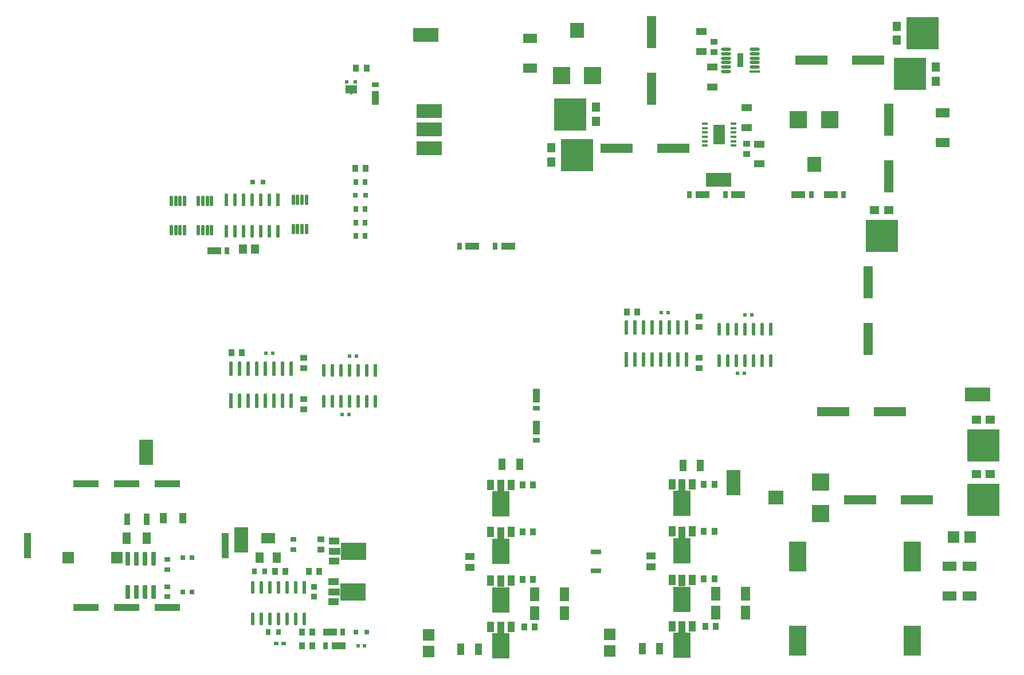
<source format=gbr>
%TF.GenerationSoftware,Altium Limited,Altium Designer,24.2.2 (26)*%
G04 Layer_Color=8421504*
%FSLAX45Y45*%
%MOMM*%
%TF.SameCoordinates,2C43E8B5-FC8E-40A2-A425-C8743FE8A27F*%
%TF.FilePolarity,Positive*%
%TF.FileFunction,Paste,Top*%
%TF.Part,Single*%
G01*
G75*
%TA.AperFunction,SMDPad,CuDef*%
%ADD15R,3.80000X2.03000*%
%ADD16R,2.03000X3.80000*%
G04:AMPARAMS|DCode=17|XSize=1.97mm|YSize=0.6mm|CornerRadius=0.075mm|HoleSize=0mm|Usage=FLASHONLY|Rotation=90.000|XOffset=0mm|YOffset=0mm|HoleType=Round|Shape=RoundedRectangle|*
%AMROUNDEDRECTD17*
21,1,1.97000,0.45000,0,0,90.0*
21,1,1.82000,0.60000,0,0,90.0*
1,1,0.15000,0.22500,0.91000*
1,1,0.15000,0.22500,-0.91000*
1,1,0.15000,-0.22500,-0.91000*
1,1,0.15000,-0.22500,0.91000*
%
%ADD17ROUNDEDRECTD17*%
%ADD18R,4.69900X1.39700*%
%ADD19R,0.90000X0.80000*%
%ADD20R,0.70000X0.70000*%
%ADD21R,0.50000X0.50000*%
%ADD22R,3.80000X1.00000*%
%ADD23R,1.00000X3.80000*%
G04:AMPARAMS|DCode=24|XSize=1.87407mm|YSize=0.54213mm|CornerRadius=0.27107mm|HoleSize=0mm|Usage=FLASHONLY|Rotation=270.000|XOffset=0mm|YOffset=0mm|HoleType=Round|Shape=RoundedRectangle|*
%AMROUNDEDRECTD24*
21,1,1.87407,0.00000,0,0,270.0*
21,1,1.33193,0.54213,0,0,270.0*
1,1,0.54213,0.00000,-0.66597*
1,1,0.54213,0.00000,0.66597*
1,1,0.54213,0.00000,0.66597*
1,1,0.54213,0.00000,-0.66597*
%
%ADD24ROUNDEDRECTD24*%
%ADD25R,0.54213X1.87407*%
%ADD26R,0.58213X2.17406*%
G04:AMPARAMS|DCode=27|XSize=2.17406mm|YSize=0.58213mm|CornerRadius=0.29107mm|HoleSize=0mm|Usage=FLASHONLY|Rotation=90.000|XOffset=0mm|YOffset=0mm|HoleType=Round|Shape=RoundedRectangle|*
%AMROUNDEDRECTD27*
21,1,2.17406,0.00000,0,0,90.0*
21,1,1.59193,0.58213,0,0,90.0*
1,1,0.58213,0.00000,0.79597*
1,1,0.58213,0.00000,-0.79597*
1,1,0.58213,0.00000,-0.79597*
1,1,0.58213,0.00000,0.79597*
%
%ADD27ROUNDEDRECTD27*%
%ADD28R,0.80000X1.10000*%
%ADD29R,2.00000X1.10000*%
%ADD30R,1.10000X0.80000*%
%ADD31R,1.10000X2.00000*%
%ADD32R,0.98000X0.81000*%
%ADD33R,0.81000X0.98000*%
%ADD34R,1.79000X1.75000*%
%ADD35R,2.50000X3.80000*%
%ADD36R,1.00000X1.50000*%
%ADD37R,1.00000X1.70000*%
%ADD38R,1.45000X1.05000*%
%ADD39R,1.10000X1.70000*%
%ADD40R,1.60020X0.71120*%
%ADD41R,1.40000X2.10000*%
%ADD42R,1.50000X1.00000*%
%ADD43R,1.70000X1.00000*%
%ADD44R,3.80000X2.50000*%
%ADD45R,2.50000X4.44500*%
%ADD46R,4.80000X4.72000*%
%ADD47R,1.40000X1.27000*%
%ADD48R,2.10000X1.40000*%
%ADD49R,1.75000X1.79000*%
%ADD50R,2.50000X2.55000*%
%ADD51R,2.20000X2.00000*%
%ADD52R,1.10000X1.65000*%
%ADD53R,0.80000X0.90000*%
%ADD54R,0.75000X0.60000*%
%ADD55R,0.95000X0.95000*%
%ADD56R,0.80000X0.80000*%
%ADD57R,0.50000X0.60000*%
%ADD58R,1.30000X1.60000*%
%ADD59R,2.00000X1.60000*%
%ADD60R,1.39700X4.69900*%
%ADD61R,2.00000X2.20000*%
%ADD62R,2.55000X2.50000*%
%ADD63R,1.65100X2.84500*%
%ADD64R,0.88900X0.42000*%
G04:AMPARAMS|DCode=66|XSize=1.54042mm|YSize=0.45493mm|CornerRadius=0.22746mm|HoleSize=0mm|Usage=FLASHONLY|Rotation=180.000|XOffset=0mm|YOffset=0mm|HoleType=Round|Shape=RoundedRectangle|*
%AMROUNDEDRECTD66*
21,1,1.54042,0.00000,0,0,180.0*
21,1,1.08549,0.45493,0,0,180.0*
1,1,0.45493,-0.54275,0.00000*
1,1,0.45493,0.54275,0.00000*
1,1,0.45493,0.54275,0.00000*
1,1,0.45493,-0.54275,0.00000*
%
%ADD66ROUNDEDRECTD66*%
%ADD67R,1.54042X0.45493*%
%ADD68R,1.60000X1.05000*%
%ADD69R,0.98000X0.85000*%
%ADD70R,1.27000X1.40000*%
%ADD71R,4.72000X4.80000*%
%ADD72R,0.80000X0.75000*%
G04:AMPARAMS|DCode=73|XSize=1.45mm|YSize=0.48mm|CornerRadius=0.06mm|HoleSize=0mm|Usage=FLASHONLY|Rotation=270.000|XOffset=0mm|YOffset=0mm|HoleType=Round|Shape=RoundedRectangle|*
%AMROUNDEDRECTD73*
21,1,1.45000,0.36000,0,0,270.0*
21,1,1.33000,0.48000,0,0,270.0*
1,1,0.12000,-0.18000,-0.66500*
1,1,0.12000,-0.18000,0.66500*
1,1,0.12000,0.18000,0.66500*
1,1,0.12000,0.18000,-0.66500*
%
%ADD73ROUNDEDRECTD73*%
%ADD75R,0.50000X0.55000*%
%ADD76R,1.70000X1.15000*%
%ADD77R,0.45000X0.25000*%
%ADD78R,0.70000X0.95000*%
%ADD79R,1.17000X1.47000*%
%ADD80R,0.83820X1.75260*%
%ADD81R,1.75000X1.80000*%
%ADD82R,1.16000X1.82000*%
%TA.AperFunction,NonConductor*%
%ADD188R,0.95955X2.15355*%
D15*
X8910000Y10950000D02*
D03*
Y10400000D02*
D03*
Y10680000D02*
D03*
X17020000Y6760000D02*
D03*
X8860000Y12070000D02*
D03*
X13189999Y9930000D02*
D03*
D16*
X13410001Y5450000D02*
D03*
X4730000Y5900000D02*
D03*
X6140000Y4610000D02*
D03*
D17*
X4459500Y4327500D02*
D03*
X4586500D02*
D03*
X4713500D02*
D03*
X4840500D02*
D03*
Y3832500D02*
D03*
X4713500D02*
D03*
X4586500D02*
D03*
X4459500D02*
D03*
X4590000Y4329999D02*
D03*
D18*
X15279630Y5200000D02*
D03*
X16120370D02*
D03*
X14879630Y6500000D02*
D03*
X15720370D02*
D03*
X11679630Y10400000D02*
D03*
X12520370D02*
D03*
X14559261Y11700000D02*
D03*
X15400000D02*
D03*
D19*
X6910000Y4615000D02*
D03*
Y4465000D02*
D03*
X5040000Y3915000D02*
D03*
Y3765000D02*
D03*
Y4165000D02*
D03*
Y4315000D02*
D03*
D20*
X5270000Y3840000D02*
D03*
X5410000D02*
D03*
Y4340000D02*
D03*
X5270000D02*
D03*
D21*
X6498021Y7364003D02*
D03*
X6598021D02*
D03*
X7728021Y6464003D02*
D03*
X7628021D02*
D03*
X7738021Y7324003D02*
D03*
X7838021D02*
D03*
X12340000Y7970000D02*
D03*
X12440000D02*
D03*
X13570000Y7070000D02*
D03*
X13470000D02*
D03*
X13580000Y7930000D02*
D03*
X13680000D02*
D03*
D22*
X5040000Y5440000D02*
D03*
X4440000D02*
D03*
X3840000D02*
D03*
Y3610000D02*
D03*
X4440000D02*
D03*
X5040000D02*
D03*
D23*
X5898000Y4525000D02*
D03*
X2982000D02*
D03*
D24*
X6681000Y9168394D02*
D03*
X6554000D02*
D03*
X6427000D02*
D03*
X6300000D02*
D03*
X6173000D02*
D03*
X6046000D02*
D03*
X5919000D02*
D03*
Y9631607D02*
D03*
X6046000D02*
D03*
X6173000D02*
D03*
X6300000D02*
D03*
X6427000D02*
D03*
X6554000D02*
D03*
X7992021Y7115609D02*
D03*
X7865021D02*
D03*
X7738021D02*
D03*
X7611021D02*
D03*
X7484021D02*
D03*
X7357021D02*
D03*
Y6652396D02*
D03*
X7484021D02*
D03*
X7611021D02*
D03*
X7738021D02*
D03*
X7865021D02*
D03*
X7992021D02*
D03*
X8119021D02*
D03*
X13834000Y7721607D02*
D03*
X13707001D02*
D03*
X13580000D02*
D03*
X13453000D02*
D03*
X13325999D02*
D03*
X13199001D02*
D03*
Y7258393D02*
D03*
X13325999D02*
D03*
X13453000D02*
D03*
X13580000D02*
D03*
X13707001D02*
D03*
X13834000D02*
D03*
X13961000D02*
D03*
X7064000Y3440000D02*
D03*
X6937000D02*
D03*
X6810000D02*
D03*
X6683000D02*
D03*
X6556000D02*
D03*
X6429000D02*
D03*
X6302000D02*
D03*
Y3903213D02*
D03*
X6429000D02*
D03*
X6556000D02*
D03*
X6683000D02*
D03*
X6810000D02*
D03*
X6937000D02*
D03*
D25*
X6681000Y9631607D02*
D03*
X8119021Y7115609D02*
D03*
X13961000Y7721607D02*
D03*
X7064000Y3903213D02*
D03*
D26*
X5986521Y6666396D02*
D03*
X11828501Y7272393D02*
D03*
D27*
X6113521Y6666396D02*
D03*
X6240521D02*
D03*
X6367521D02*
D03*
X6494521D02*
D03*
X6621521D02*
D03*
X6748521D02*
D03*
X6875521D02*
D03*
Y7139609D02*
D03*
X6748521D02*
D03*
X6621521D02*
D03*
X6494521D02*
D03*
X6367521D02*
D03*
X6240521D02*
D03*
X6113521D02*
D03*
X5986521D02*
D03*
X11955501Y7272393D02*
D03*
X12082501D02*
D03*
X12209501D02*
D03*
X12336501D02*
D03*
X12463501D02*
D03*
X12590501D02*
D03*
X12717501D02*
D03*
Y7745607D02*
D03*
X12590501D02*
D03*
X12463501D02*
D03*
X12336501D02*
D03*
X12209501D02*
D03*
X12082501D02*
D03*
X11955501D02*
D03*
X11828501D02*
D03*
D28*
X9888021Y8954002D02*
D03*
X9358021D02*
D03*
X13289999Y9710000D02*
D03*
X12760000D02*
D03*
X15035001D02*
D03*
X14560001D02*
D03*
X7385000Y3040000D02*
D03*
X7635000Y3240000D02*
D03*
X5925000Y8880000D02*
D03*
D29*
X10078021Y8954002D02*
D03*
X9548021D02*
D03*
X13480000Y9710000D02*
D03*
X12950000D02*
D03*
X14845000D02*
D03*
X14370000D02*
D03*
X7575000Y3040000D02*
D03*
X7445000Y3240000D02*
D03*
X5735000Y8880000D02*
D03*
D30*
X10494002Y6551979D02*
D03*
Y6076979D02*
D03*
X8120000Y11335000D02*
D03*
D31*
X10494002Y6741979D02*
D03*
Y6266979D02*
D03*
X8120000Y11145000D02*
D03*
D32*
X7058021Y7301102D02*
D03*
Y7146903D02*
D03*
Y6536903D02*
D03*
Y6691102D02*
D03*
X12900000Y7142900D02*
D03*
Y7297100D02*
D03*
Y7907100D02*
D03*
Y7752900D02*
D03*
X7310000Y4617100D02*
D03*
Y4462900D02*
D03*
D33*
X6145121Y7374003D02*
D03*
X5990921D02*
D03*
X13127100Y5430000D02*
D03*
X12972900D02*
D03*
X13127100Y4730000D02*
D03*
X12972900D02*
D03*
X13127100Y4030001D02*
D03*
X12972900D02*
D03*
X12995799Y3330001D02*
D03*
X13150000D02*
D03*
X11987100Y7980000D02*
D03*
X11832900D02*
D03*
X7132900Y4140000D02*
D03*
X7287100D02*
D03*
X6632900D02*
D03*
X6787100D02*
D03*
X7187100Y3240000D02*
D03*
X7032900D02*
D03*
X7187100Y3040000D02*
D03*
X7032900D02*
D03*
X10471214Y3321213D02*
D03*
X10317014D02*
D03*
X10294114Y4021213D02*
D03*
X10448314D02*
D03*
X10294114Y4721213D02*
D03*
X10448314D02*
D03*
X10294114Y5421213D02*
D03*
X10448314D02*
D03*
X7987100Y11580000D02*
D03*
X7832900D02*
D03*
X7977100Y10100000D02*
D03*
X7822900D02*
D03*
D34*
X11580000Y3213500D02*
D03*
Y2966500D02*
D03*
X8901214Y3204712D02*
D03*
Y2957712D02*
D03*
D35*
X12650000Y4445001D02*
D03*
Y5145000D02*
D03*
Y3045001D02*
D03*
Y3730000D02*
D03*
X9971214Y5136213D02*
D03*
Y3036213D02*
D03*
Y3721213D02*
D03*
Y4436213D02*
D03*
D36*
X12500000Y4730001D02*
D03*
X12800000D02*
D03*
Y5430001D02*
D03*
X12500000D02*
D03*
Y3330001D02*
D03*
X12800000D02*
D03*
Y4015001D02*
D03*
X12500000D02*
D03*
X10121214Y5421213D02*
D03*
X9821214D02*
D03*
Y3321213D02*
D03*
X10121214D02*
D03*
Y4006213D02*
D03*
X9821214D02*
D03*
Y4721213D02*
D03*
X10121214D02*
D03*
D37*
X12650000Y4720000D02*
D03*
Y5420000D02*
D03*
Y3320000D02*
D03*
Y4005000D02*
D03*
X9971214Y5411213D02*
D03*
Y3311213D02*
D03*
Y3996213D02*
D03*
Y4711213D02*
D03*
D38*
X12190000Y4367500D02*
D03*
Y4212500D02*
D03*
X9511214Y4358712D02*
D03*
Y4203712D02*
D03*
D39*
X12320000Y3000000D02*
D03*
X12060000D02*
D03*
X9641214Y2991212D02*
D03*
X9381214D02*
D03*
X12660000Y5710000D02*
D03*
X12920000D02*
D03*
X9990000Y5720000D02*
D03*
X10250000D02*
D03*
D40*
X11380000Y4152840D02*
D03*
Y4427160D02*
D03*
D41*
X13589999Y3810000D02*
D03*
X13150000D02*
D03*
X13589999Y3530000D02*
D03*
X13150000D02*
D03*
X10911214Y3521212D02*
D03*
X10471214D02*
D03*
X10911214Y3801212D02*
D03*
X10471214D02*
D03*
D42*
X7500000Y3990000D02*
D03*
Y3690000D02*
D03*
X7510000Y4290000D02*
D03*
Y4590000D02*
D03*
D43*
X7510000Y3840000D02*
D03*
X7520000Y4440000D02*
D03*
D44*
X7785000Y3840000D02*
D03*
X7795000Y4440000D02*
D03*
D45*
X16049500Y3116700D02*
D03*
X14360400D02*
D03*
Y4361300D02*
D03*
X16049500D02*
D03*
D46*
X17100000Y5196000D02*
D03*
Y6000000D02*
D03*
X15600000Y9100000D02*
D03*
D47*
X17203999Y5576500D02*
D03*
X16996001D02*
D03*
X17203999Y6380500D02*
D03*
X16996001D02*
D03*
X15496001Y9480500D02*
D03*
X15703999D02*
D03*
D48*
X16900000Y3780000D02*
D03*
Y4220000D02*
D03*
X16600000Y3780000D02*
D03*
Y4220000D02*
D03*
X10400000Y12020000D02*
D03*
Y11580000D02*
D03*
X16500000Y10920001D02*
D03*
Y10480000D02*
D03*
D49*
X16659500Y4651000D02*
D03*
X16906500D02*
D03*
D50*
X14700000Y5000000D02*
D03*
Y5460000D02*
D03*
D51*
X14035001Y5230000D02*
D03*
D52*
X5272500Y4930000D02*
D03*
X4987500D02*
D03*
D53*
X6335000Y4140000D02*
D03*
X6485000D02*
D03*
X6535000Y3240000D02*
D03*
X6685000D02*
D03*
D54*
X6655000Y3070000D02*
D03*
X6765000D02*
D03*
D55*
X7210000Y3912500D02*
D03*
Y3767500D02*
D03*
D56*
X7827500Y3240000D02*
D03*
X7992500D02*
D03*
D57*
X7955000Y3040000D02*
D03*
X7865000D02*
D03*
D58*
X6410000Y4340000D02*
D03*
X6660000D02*
D03*
D59*
X6535000Y4630000D02*
D03*
D60*
X15400000Y8420370D02*
D03*
Y7579630D02*
D03*
X12200000Y12120370D02*
D03*
Y11279630D02*
D03*
X15700000Y9979630D02*
D03*
Y10820370D02*
D03*
D61*
X11100000Y12140000D02*
D03*
X14600000Y10160000D02*
D03*
D62*
X11330000Y11475000D02*
D03*
X10870000D02*
D03*
X14370000Y10825000D02*
D03*
X14830000D02*
D03*
D63*
X13200000Y10600000D02*
D03*
D64*
X13410699Y10762500D02*
D03*
Y10697500D02*
D03*
Y10632500D02*
D03*
Y10567500D02*
D03*
Y10502500D02*
D03*
Y10437500D02*
D03*
X12989301D02*
D03*
Y10502500D02*
D03*
Y10567500D02*
D03*
Y10632500D02*
D03*
Y10697500D02*
D03*
Y10762500D02*
D03*
D66*
X13300000Y11535000D02*
D03*
Y11600000D02*
D03*
Y11665000D02*
D03*
Y11730000D02*
D03*
Y11795000D02*
D03*
Y11860000D02*
D03*
X13721970D02*
D03*
Y11795000D02*
D03*
Y11730000D02*
D03*
Y11665000D02*
D03*
Y11600000D02*
D03*
D67*
Y11535000D02*
D03*
D68*
X13600000Y10995000D02*
D03*
Y10700000D02*
D03*
X13789999Y10460000D02*
D03*
Y10165000D02*
D03*
X12931979Y11825998D02*
D03*
Y12120998D02*
D03*
X13100000Y11305000D02*
D03*
Y11600000D02*
D03*
D69*
X13600000Y10315000D02*
D03*
Y10465000D02*
D03*
X13121979Y11970998D02*
D03*
Y11820998D02*
D03*
D70*
X10719500Y10196000D02*
D03*
Y10404000D02*
D03*
X11380500Y11004000D02*
D03*
Y10796000D02*
D03*
X16400000Y11600000D02*
D03*
Y11392000D02*
D03*
X15823502Y11995983D02*
D03*
Y12203983D02*
D03*
D71*
X11100000Y10300000D02*
D03*
X11000000Y10900000D02*
D03*
X16019501Y11496000D02*
D03*
X16204002Y12099983D02*
D03*
D72*
X6305000Y9900000D02*
D03*
X6455000D02*
D03*
X7825000Y9700000D02*
D03*
X7975000D02*
D03*
D73*
X5297500Y9616001D02*
D03*
X5232500D02*
D03*
X5167500D02*
D03*
X5102500D02*
D03*
Y9184000D02*
D03*
X5167500D02*
D03*
X5232500D02*
D03*
X5297500D02*
D03*
X5502500D02*
D03*
X5567500D02*
D03*
X5632500D02*
D03*
X5697500D02*
D03*
Y9616001D02*
D03*
X5632500D02*
D03*
X5567500D02*
D03*
X5502500D02*
D03*
X6905000Y9200000D02*
D03*
X6970000D02*
D03*
X7035000D02*
D03*
X7100000D02*
D03*
Y9632001D02*
D03*
X7035000D02*
D03*
X6970000D02*
D03*
X6905000D02*
D03*
D75*
X7825000Y11378700D02*
D03*
X7695000D02*
D03*
D76*
X7760000Y11268700D02*
D03*
D77*
Y11198700D02*
D03*
D78*
X7832500Y9100000D02*
D03*
X7967500D02*
D03*
X7832500Y9500000D02*
D03*
X7967500D02*
D03*
X7832494Y9300011D02*
D03*
X7967494D02*
D03*
X7832500Y9900000D02*
D03*
X7967500D02*
D03*
D79*
X6337100Y8910000D02*
D03*
X6162900D02*
D03*
D80*
X4450440Y4910000D02*
D03*
X4740000D02*
D03*
D81*
X3582500Y4340000D02*
D03*
X4297500D02*
D03*
D82*
X4442500Y4630000D02*
D03*
X4737500D02*
D03*
D188*
X13511000Y11697517D02*
D03*
%TF.MD5,cfdb86c1e7032781913e398bb38564c3*%
M02*

</source>
